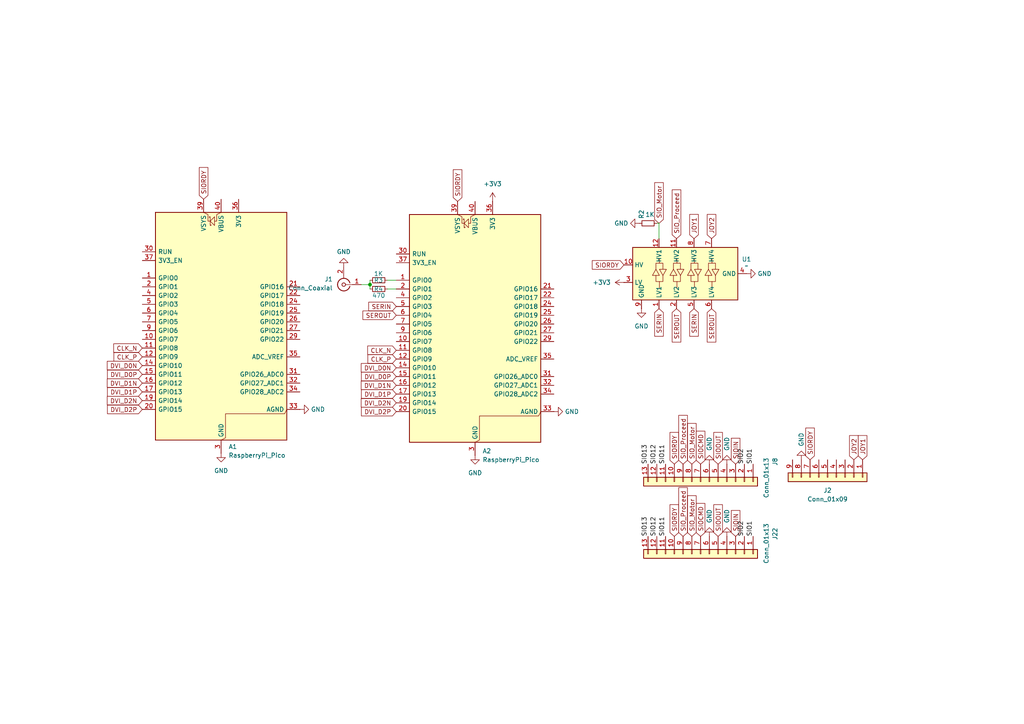
<source format=kicad_sch>
(kicad_sch (version 20250114) (generator "eeschema") (generator_version "9.0")
  (paper "A4")
  (lib_symbols
    (symbol "Connector:Conn_Coaxial" (pin_names (offset 1.016) (hide yes))
      (property "Reference" "J" (at 0.254 3.048 0))
      (property "Value" "Conn_Coaxial" (at 2.921 0 90))
      (symbol "Conn_Coaxial_0_1"
        (polyline (pts (xy -2.54 0) (xy -0.508 0)))
        (arc (start 1.778 0) (mid 0.222 -1.8079) (end -1.778 -0.508) (stroke (width 0.254)))
        (arc (start -1.778 0.508) (mid 0.2221 1.8084) (end 1.778 0) (stroke (width 0.254)))
        (circle (center 0 0) (radius 0.508) (stroke (width 0.2032)))
        (polyline (pts (xy 0 -2.54) (xy 0 -1.778)))
      )
      (symbol "Conn_Coaxial_1_1"
        (pin passive line (at -5.08 0 0) (length 2.54) (name "In") (number "1"))
        (pin passive line (at 0 -5.08 90) (length 2.54) (name "Ext") (number "2"))
      )
    )
    (symbol "Connector_Generic:Conn_01x09" (pin_names (offset 1.016) (hide yes))
      (property "Reference" "J" (at 0 12.7 0))
      (property "Value" "Conn_01x09" (at 0 -12.7 0))
      (symbol "Conn_01x09_1_1"
        (rectangle (start -1.27 11.43) (end 1.27 -11.43) (stroke (width 0.254)) (fill (type background)))
        (rectangle (start -1.27 10.287) (end 0 10.033) (stroke (width 0.1524)))
        (rectangle (start -1.27 7.747) (end 0 7.493) (stroke (width 0.1524)))
        (rectangle (start -1.27 5.207) (end 0 4.953) (stroke (width 0.1524)))
        (rectangle (start -1.27 2.667) (end 0 2.413) (stroke (width 0.1524)))
        (rectangle (start -1.27 0.127) (end 0 -0.127) (stroke (width 0.1524)))
        (rectangle (start -1.27 -2.413) (end 0 -2.667) (stroke (width 0.1524)))
        (rectangle (start -1.27 -4.953) (end 0 -5.207) (stroke (width 0.1524)))
        (rectangle (start -1.27 -7.493) (end 0 -7.747) (stroke (width 0.1524)))
        (rectangle (start -1.27 -10.033) (end 0 -10.287) (stroke (width 0.1524)))
        (pin passive line (at -5.08 10.16 0) (length 3.81) (name "Pin_1") (number "1"))
        (pin passive line (at -5.08 7.62 0) (length 3.81) (name "Pin_2") (number "2"))
        (pin passive line (at -5.08 5.08 0) (length 3.81) (name "Pin_3") (number "3"))
        (pin passive line (at -5.08 2.54 0) (length 3.81) (name "Pin_4") (number "4"))
        (pin passive line (at -5.08 0 0) (length 3.81) (name "Pin_5") (number "5"))
        (pin passive line (at -5.08 -2.54 0) (length 3.81) (name "Pin_6") (number "6"))
        (pin passive line (at -5.08 -5.08 0) (length 3.81) (name "Pin_7") (number "7"))
        (pin passive line (at -5.08 -7.62 0) (length 3.81) (name "Pin_8") (number "8"))
        (pin passive line (at -5.08 -10.16 0) (length 3.81) (name "Pin_9") (number "9"))
      )
    )
    (symbol "Connector_Generic:Conn_01x13" (pin_names (offset 1.016) (hide yes))
      (property "Reference" "J" (at 0 17.78 0))
      (property "Value" "Conn_01x13" (at 0 -17.78 0))
      (symbol "Conn_01x13_1_1"
        (rectangle (start -1.27 16.51) (end 1.27 -16.51) (stroke (width 0.254)) (fill (type background)))
        (rectangle (start -1.27 15.367) (end 0 15.113) (stroke (width 0.1524)))
        (rectangle (start -1.27 12.827) (end 0 12.573) (stroke (width 0.1524)))
        (rectangle (start -1.27 10.287) (end 0 10.033) (stroke (width 0.1524)))
        (rectangle (start -1.27 7.747) (end 0 7.493) (stroke (width 0.1524)))
        (rectangle (start -1.27 5.207) (end 0 4.953) (stroke (width 0.1524)))
        (rectangle (start -1.27 2.667) (end 0 2.413) (stroke (width 0.1524)))
        (rectangle (start -1.27 0.127) (end 0 -0.127) (stroke (width 0.1524)))
        (rectangle (start -1.27 -2.413) (end 0 -2.667) (stroke (width 0.1524)))
        (rectangle (start -1.27 -4.953) (end 0 -5.207) (stroke (width 0.1524)))
        (rectangle (start -1.27 -7.493) (end 0 -7.747) (stroke (width 0.1524)))
        (rectangle (start -1.27 -10.033) (end 0 -10.287) (stroke (width 0.1524)))
        (rectangle (start -1.27 -12.573) (end 0 -12.827) (stroke (width 0.1524)))
        (rectangle (start -1.27 -15.113) (end 0 -15.367) (stroke (width 0.1524)))
        (pin passive line (at -5.08 15.24 0) (length 3.81) (name "Pin_1") (number "1"))
        (pin passive line (at -5.08 12.7 0) (length 3.81) (name "Pin_2") (number "2"))
        (pin passive line (at -5.08 10.16 0) (length 3.81) (name "Pin_3") (number "3"))
        (pin passive line (at -5.08 7.62 0) (length 3.81) (name "Pin_4") (number "4"))
        (pin passive line (at -5.08 5.08 0) (length 3.81) (name "Pin_5") (number "5"))
        (pin passive line (at -5.08 2.54 0) (length 3.81) (name "Pin_6") (number "6"))
        (pin passive line (at -5.08 0 0) (length 3.81) (name "Pin_7") (number "7"))
        (pin passive line (at -5.08 -2.54 0) (length 3.81) (name "Pin_8") (number "8"))
        (pin passive line (at -5.08 -5.08 0) (length 3.81) (name "Pin_9") (number "9"))
        (pin passive line (at -5.08 -7.62 0) (length 3.81) (name "Pin_10") (number "10"))
        (pin passive line (at -5.08 -10.16 0) (length 3.81) (name "Pin_11") (number "11"))
        (pin passive line (at -5.08 -12.7 0) (length 3.81) (name "Pin_12") (number "12"))
        (pin passive line (at -5.08 -15.24 0) (length 3.81) (name "Pin_13") (number "13"))
      )
    )
    (symbol "Device:R_Small" (pin_numbers (hide yes)) (pin_names (offset 0.254) (hide yes))
      (property "Reference" "R" (at 0.762 0.508 0))
      (property "Value" "R_Small" (at 0.762 -1.016 0))
      (symbol "R_Small_0_1"
        (rectangle (start -0.762 1.778) (end 0.762 -1.778) (stroke (width 0.2032)))
      )
      (symbol "R_Small_1_1"
        (pin passive line (at 0 2.54 270) (length 0.762) (name "~") (number "1"))
        (pin passive line (at 0 -2.54 90) (length 0.762) (name "~") (number "2"))
      )
    )
    (symbol "MCU_Module:RaspberryPi_Pico" (pin_names (offset 0.762))
      (property "Reference" "A" (at -19.05 35.56 0))
      (property "Value" "RaspberryPi_Pico" (at 7.62 35.56 0))
      (symbol "RaspberryPi_Pico_0_1"
        (rectangle (start -19.05 34.29) (end 19.05 -31.75) (stroke (width 0.254)) (fill (type background)))
        (polyline (pts (xy -5.08 34.29) (xy -3.81 33.655) (xy -3.81 31.75) (xy -3.175 31.75)))
        (polyline (pts (xy -3.429 32.766) (xy -3.429 33.02) (xy -3.175 33.02) (xy -3.175 30.48) (xy -2.921 30.48) (xy -2.921 30.734)))
        (polyline (pts (xy -3.175 31.75) (xy -1.905 33.02) (xy -1.905 30.48) (xy -3.175 31.75)))
        (polyline (pts (xy 0 34.29) (xy -1.27 33.655) (xy -1.27 31.75) (xy -1.905 31.75)))
        (polyline (pts (xy 0 -31.75) (xy 1.27 -31.115) (xy 1.27 -24.13) (xy 18.415 -24.13) (xy 19.05 -22.86)))
      )
      (symbol "RaspberryPi_Pico_1_1"
        (pin passive line (at -22.86 22.86 0) (length 3.81) (name "RUN") (number "30"))
        (pin passive line (at -22.86 20.32 0) (length 3.81) (name "3V3_EN") (number "37"))
        (pin bidirectional line (at -22.86 15.24 0) (length 3.81) (name "GPIO0") (number "1"))
        (pin bidirectional line (at -22.86 12.7 0) (length 3.81) (name "GPIO1") (number "2"))
        (pin bidirectional line (at -22.86 10.16 0) (length 3.81) (name "GPIO2") (number "4"))
        (pin bidirectional line (at -22.86 7.62 0) (length 3.81) (name "GPIO3") (number "5"))
        (pin bidirectional line (at -22.86 5.08 0) (length 3.81) (name "GPIO4") (number "6"))
        (pin bidirectional line (at -22.86 2.54 0) (length 3.81) (name "GPIO5") (number "7"))
        (pin bidirectional line (at -22.86 0 0) (length 3.81) (name "GPIO6") (number "9"))
        (pin bidirectional line (at -22.86 -2.54 0) (length 3.81) (name "GPIO7") (number "10"))
        (pin bidirectional line (at -22.86 -5.08 0) (length 3.81) (name "GPIO8") (number "11"))
        (pin bidirectional line (at -22.86 -7.62 0) (length 3.81) (name "GPIO9") (number "12"))
        (pin bidirectional line (at -22.86 -10.16 0) (length 3.81) (name "GPIO10") (number "14"))
        (pin bidirectional line (at -22.86 -12.7 0) (length 3.81) (name "GPIO11") (number "15"))
        (pin bidirectional line (at -22.86 -15.24 0) (length 3.81) (name "GPIO12") (number "16"))
        (pin bidirectional line (at -22.86 -17.78 0) (length 3.81) (name "GPIO13") (number "17"))
        (pin bidirectional line (at -22.86 -20.32 0) (length 3.81) (name "GPIO14") (number "19"))
        (pin bidirectional line (at -22.86 -22.86 0) (length 3.81) (name "GPIO15") (number "20"))
        (pin power_in line (at -5.08 38.1 270) (length 3.81) (name "VSYS") (number "39"))
        (pin power_out line (at 0 38.1 270) (length 3.81) (name "VBUS") (number "40"))
        (pin passive line (at 0 -35.56 90) (length 3.81) (hide yes) (name "GND") (number "13"))
        (pin passive line (at 0 -35.56 90) (length 3.81) (hide yes) (name "GND") (number "18"))
        (pin passive line (at 0 -35.56 90) (length 3.81) (hide yes) (name "GND") (number "23"))
        (pin passive line (at 0 -35.56 90) (length 3.81) (hide yes) (name "GND") (number "28"))
        (pin power_out line (at 0 -35.56 90) (length 3.81) (name "GND") (number "3"))
        (pin passive line (at 0 -35.56 90) (length 3.81) (hide yes) (name "GND") (number "38"))
        (pin passive line (at 0 -35.56 90) (length 3.81) (hide yes) (name "GND") (number "8"))
        (pin power_out line (at 5.08 38.1 270) (length 3.81) (name "3V3") (number "36"))
        (pin bidirectional line (at 22.86 12.7 180) (length 3.81) (name "GPIO16") (number "21"))
        (pin bidirectional line (at 22.86 10.16 180) (length 3.81) (name "GPIO17") (number "22"))
        (pin bidirectional line (at 22.86 7.62 180) (length 3.81) (name "GPIO18") (number "24"))
        (pin bidirectional line (at 22.86 5.08 180) (length 3.81) (name "GPIO19") (number "25"))
        (pin bidirectional line (at 22.86 2.54 180) (length 3.81) (name "GPIO20") (number "26"))
        (pin bidirectional line (at 22.86 0 180) (length 3.81) (name "GPIO21") (number "27"))
        (pin bidirectional line (at 22.86 -2.54 180) (length 3.81) (name "GPIO22") (number "29"))
        (pin power_in line (at 22.86 -7.62 180) (length 3.81) (name "ADC_VREF") (number "35"))
        (pin bidirectional line (at 22.86 -12.7 180) (length 3.81) (name "GPIO26_ADC0") (number "31"))
        (pin bidirectional line (at 22.86 -15.24 180) (length 3.81) (name "GPIO27_ADC1") (number "32"))
        (pin bidirectional line (at 22.86 -17.78 180) (length 3.81) (name "GPIO28_ADC2") (number "34"))
        (pin power_out line (at 22.86 -22.86 180) (length 3.81) (name "AGND") (number "33"))
      )
    )
    (symbol "power:+3V3" (power) (pin_numbers (hide yes)) (pin_names (offset 0) (hide yes))
      (property "Value" "+3V3" (at 0 3.556 0))
      (symbol "+3V3_0_1"
        (polyline (pts (xy -0.762 1.27) (xy 0 2.54)))
        (polyline (pts (xy 0 2.54) (xy 0.762 1.27)))
        (polyline (pts (xy 0 0) (xy 0 2.54)))
      )
      (symbol "+3V3_1_1"
        (pin power_in line (at 0 0 90) (length 0) (name "~") (number "1"))
      )
    )
    (symbol "power:GND" (power) (pin_numbers (hide yes)) (pin_names (offset 0) (hide yes))
      (property "Value" "GND" (at 0 -3.81 0))
      (symbol "GND_0_1"
        (polyline (pts (xy 0 0) (xy 0 -1.27) (xy 1.27 -1.27) (xy 0 -2.54) (xy -1.27 -1.27) (xy 0 -1.27)))
      )
      (symbol "GND_1_1"
        (pin power_in line (at 0 0 270) (length 0) (name "~") (number "1"))
      )
    )
    (symbol "xep80:Level_Shifter"
      (property "Reference" "U" (at 0 0 0))
      (symbol "Level_Shifter_0_1"
        (rectangle (start 1.27 2.54) (end 16.51 -27.94) (stroke (width 0.254)) (fill (type background)))
        (polyline (pts (xy 6.604 -5.207) (xy 6.604 -4.191) (xy 8.382 -4.191)))
        (polyline (pts (xy 6.604 -10.287) (xy 6.604 -9.271) (xy 8.382 -9.271)))
        (polyline (pts (xy 6.604 -15.367) (xy 6.604 -14.351) (xy 8.382 -14.351)))
        (polyline (pts (xy 6.604 -20.447) (xy 6.604 -19.431) (xy 8.382 -19.431)))
        (polyline (pts (xy 8.382 -6.223) (xy 6.604 -6.223) (xy 6.604 -5.207) (xy 4.572 -5.207)))
        (polyline (pts (xy 8.382 -6.223) (xy 10.16 -5.207) (xy 10.16 -7.239) (xy 8.382 -6.223)))
        (polyline (pts (xy 8.382 -11.303) (xy 6.604 -11.303) (xy 6.604 -10.287) (xy 4.826 -10.287)))
        (polyline (pts (xy 8.382 -11.303) (xy 10.16 -10.287) (xy 10.16 -12.319) (xy 8.382 -11.303)))
        (polyline (pts (xy 8.382 -16.383) (xy 6.604 -16.383) (xy 6.604 -15.367) (xy 4.826 -15.367)))
        (polyline (pts (xy 8.382 -16.383) (xy 10.16 -15.367) (xy 10.16 -17.399) (xy 8.382 -16.383)))
        (polyline (pts (xy 8.382 -21.463) (xy 6.604 -21.463) (xy 6.604 -20.447) (xy 4.826 -20.447)))
        (polyline (pts (xy 8.382 -21.463) (xy 10.16 -20.447) (xy 10.16 -22.479) (xy 8.382 -21.463)))
        (polyline (pts (xy 10.16 -4.191) (xy 8.382 -5.207) (xy 8.382 -3.175) (xy 10.16 -4.191)))
        (polyline (pts (xy 10.16 -4.191) (xy 11.938 -4.191) (xy 11.938 -5.207) (xy 13.208 -5.207)))
        (polyline (pts (xy 10.16 -9.271) (xy 8.382 -10.287) (xy 8.382 -8.255) (xy 10.16 -9.271)))
        (polyline (pts (xy 10.16 -9.271) (xy 11.938 -9.271) (xy 11.938 -10.287) (xy 13.208 -10.287)))
        (polyline (pts (xy 10.16 -14.351) (xy 8.382 -15.367) (xy 8.382 -13.335) (xy 10.16 -14.351)))
        (polyline (pts (xy 10.16 -14.351) (xy 11.938 -14.351) (xy 11.938 -15.367) (xy 13.208 -15.367)))
        (polyline (pts (xy 10.16 -19.431) (xy 8.382 -20.447) (xy 8.382 -18.415) (xy 10.16 -19.431)))
        (polyline (pts (xy 10.16 -19.431) (xy 11.938 -19.431) (xy 11.938 -20.447) (xy 13.208 -20.447)))
        (polyline (pts (xy 11.938 -5.207) (xy 11.938 -6.223) (xy 10.16 -6.223)))
        (polyline (pts (xy 11.938 -10.287) (xy 11.938 -11.303) (xy 10.16 -11.303)))
        (polyline (pts (xy 11.938 -15.367) (xy 11.938 -16.383) (xy 10.16 -16.383)))
        (polyline (pts (xy 11.938 -20.447) (xy 11.938 -21.463) (xy 10.16 -21.463)))
      )
      (symbol "Level_Shifter_1_1"
        (pin power_in line (at -1.27 0 0) (length 2.54) (name "GND") (number "9"))
        (pin bidirectional line (at -1.27 -5.08 0) (length 2.54) (name "LV1") (number "1"))
        (pin bidirectional line (at -1.27 -10.16 0) (length 2.54) (name "LV2") (number "2"))
        (pin bidirectional line (at -1.27 -15.24 0) (length 2.54) (name "LV3") (number "5"))
        (pin bidirectional line (at -1.27 -20.32 0) (length 2.54) (name "LV4") (number "6"))
        (pin power_in line (at 6.35 5.08 270) (length 2.54) (name "LV") (number "3"))
        (pin power_in line (at 8.89 -30.48 90) (length 2.54) (name "GND") (number "4"))
        (pin power_in line (at 11.43 5.08 270) (length 2.54) (name "HV") (number "10"))
        (pin bidirectional line (at 19.05 -5.08 180) (length 2.54) (name "HV1") (number "12"))
        (pin bidirectional line (at 19.05 -10.16 180) (length 2.54) (name "HV2") (number "11"))
        (pin bidirectional line (at 19.05 -15.24 180) (length 2.54) (name "HV3") (number "8"))
        (pin bidirectional line (at 19.05 -20.32 180) (length 2.54) (name "HV4") (number "7"))
      )
    )
  )
  (junction (at 107.315 82.55))
  (wire (pts (xy 112.395 81.28) (xy 114.935 81.28)))
  (wire (pts (xy 107.315 82.55) (xy 107.315 83.82)))
  (wire (pts (xy 190.5 64.77) (xy 191.135 64.77)))
  (wire (pts (xy 104.775 82.55) (xy 107.315 82.55)))
  (wire (pts (xy 112.395 83.82) (xy 114.935 83.82)))
  (wire (pts (xy 107.315 81.28) (xy 107.315 82.55)))
  (wire (pts (xy 191.135 64.77) (xy 191.135 69.215)))
  (label "SIO13" (at 187.96 155.575 90))
  (label "SIO12" (at 190.5 134.62 90))
  (label "SIO11" (at 193.04 155.575 90))
  (label "SIO2" (at 215.9 134.62 90))
  (label "SIO12" (at 190.5 155.575 90))
  (label "SIO2" (at 215.9 155.575 90))
  (label "SIO1" (at 218.44 155.575 90))
  (label "SIO13" (at 187.96 134.62 90))
  (label "SIO11" (at 193.04 134.62 90))
  (label "SIO1" (at 218.44 134.62 90))
  (global_label "CLK_P" (shape input) (at 114.935 104.14 180) (property "Intersheetrefs" "${INTERSHEET_REFS}" (effects (hide yes))))
  (global_label "DVI_D1N" (shape input) (at 114.935 111.76 180) (property "Intersheetrefs" "${INTERSHEET_REFS}" (effects (hide yes))))
  (global_label "SIO_Proceed" (shape input) (at 198.12 155.575 90) (property "Intersheetrefs" "${INTERSHEET_REFS}" (effects (hide yes))))
  (global_label "SERIN" (shape input) (at 114.935 88.9 180) (property "Intersheetrefs" "${INTERSHEET_REFS}" (effects (hide yes))))
  (global_label "DVI_D2P" (shape input) (at 114.935 119.38 180) (property "Intersheetrefs" "${INTERSHEET_REFS}" (effects (hide yes))))
  (global_label "DVI_D2N" (shape input) (at 114.935 116.84 180) (property "Intersheetrefs" "${INTERSHEET_REFS}" (effects (hide yes))))
  (global_label "DVI_D1P" (shape input) (at 41.275 113.665 180) (property "Intersheetrefs" "${INTERSHEET_REFS}" (effects (hide yes))))
  (global_label "JOY2" (shape input) (at 247.65 133.35 90) (property "Intersheetrefs" "${INTERSHEET_REFS}" (effects (hide yes))))
  (global_label "SIOCMD" (shape input) (at 203.2 134.62 90) (property "Intersheetrefs" "${INTERSHEET_REFS}" (effects (hide yes))))
  (global_label "SEROUT" (shape input) (at 206.375 89.535 270) (property "Intersheetrefs" "${INTERSHEET_REFS}" (effects (hide yes))))
  (global_label "SIOIN" (shape input) (at 213.36 134.62 90) (property "Intersheetrefs" "${INTERSHEET_REFS}" (effects (hide yes))))
  (global_label "SIO_Motor" (shape input) (at 200.66 155.575 90) (property "Intersheetrefs" "${INTERSHEET_REFS}" (effects (hide yes))))
  (global_label "SIO_Motor" (shape input) (at 200.66 134.62 90) (property "Intersheetrefs" "${INTERSHEET_REFS}" (effects (hide yes))))
  (global_label "SIOCMD" (shape input) (at 203.2 155.575 90) (property "Intersheetrefs" "${INTERSHEET_REFS}" (effects (hide yes))))
  (global_label "SIO_Proceed" (shape input) (at 198.12 134.62 90) (property "Intersheetrefs" "${INTERSHEET_REFS}" (effects (hide yes))))
  (global_label "SIORDY" (shape input) (at 195.58 155.575 90) (property "Intersheetrefs" "${INTERSHEET_REFS}" (effects (hide yes))))
  (global_label "CLK_N" (shape input) (at 41.275 100.965 180) (property "Intersheetrefs" "${INTERSHEET_REFS}" (effects (hide yes))))
  (global_label "SIOOUT" (shape input) (at 208.28 134.62 90) (property "Intersheetrefs" "${INTERSHEET_REFS}" (effects (hide yes))))
  (global_label "SIORDY" (shape input) (at 180.975 76.835 180) (property "Intersheetrefs" "${INTERSHEET_REFS}" (effects (hide yes))))
  (global_label "CLK_P" (shape input) (at 41.275 103.505 180) (property "Intersheetrefs" "${INTERSHEET_REFS}" (effects (hide yes))))
  (global_label "SERIN" (shape input) (at 191.135 89.535 270) (property "Intersheetrefs" "${INTERSHEET_REFS}" (effects (hide yes))))
  (global_label "SIO_Proceed" (shape input) (at 196.215 69.215 90) (property "Intersheetrefs" "${INTERSHEET_REFS}" (effects (hide yes))))
  (global_label "DVI_D2P" (shape input) (at 41.275 118.745 180) (property "Intersheetrefs" "${INTERSHEET_REFS}" (effects (hide yes))))
  (global_label "SERIN" (shape input) (at 201.295 89.535 270) (property "Intersheetrefs" "${INTERSHEET_REFS}" (effects (hide yes))))
  (global_label "DVI_D1P" (shape input) (at 114.935 114.3 180) (property "Intersheetrefs" "${INTERSHEET_REFS}" (effects (hide yes))))
  (global_label "DVI_D2N" (shape input) (at 41.275 116.205 180) (property "Intersheetrefs" "${INTERSHEET_REFS}" (effects (hide yes))))
  (global_label "SEROUT" (shape input) (at 114.935 91.44 180) (property "Intersheetrefs" "${INTERSHEET_REFS}" (effects (hide yes))))
  (global_label "SIORDY" (shape input) (at 59.055 57.785 90) (property "Intersheetrefs" "${INTERSHEET_REFS}" (effects (hide yes))))
  (global_label "SIO_Motor" (shape input) (at 191.135 64.77 90) (property "Intersheetrefs" "${INTERSHEET_REFS}" (effects (hide yes))))
  (global_label "JOY1" (shape input) (at 201.295 69.215 90) (property "Intersheetrefs" "${INTERSHEET_REFS}" (effects (hide yes))))
  (global_label "JOY1" (shape input) (at 250.19 133.35 90) (property "Intersheetrefs" "${INTERSHEET_REFS}" (effects (hide yes))))
  (global_label "SIORDY" (shape input) (at 195.58 134.62 90) (property "Intersheetrefs" "${INTERSHEET_REFS}" (effects (hide yes))))
  (global_label "DVI_D0N" (shape input) (at 41.275 106.045 180) (property "Intersheetrefs" "${INTERSHEET_REFS}" (effects (hide yes))))
  (global_label "JOY2" (shape input) (at 206.375 69.215 90) (property "Intersheetrefs" "${INTERSHEET_REFS}" (effects (hide yes))))
  (global_label "DVI_D0N" (shape input) (at 114.935 106.68 180) (property "Intersheetrefs" "${INTERSHEET_REFS}" (effects (hide yes))))
  (global_label "DVI_D1N" (shape input) (at 41.275 111.125 180) (property "Intersheetrefs" "${INTERSHEET_REFS}" (effects (hide yes))))
  (global_label "DVI_D0P" (shape input) (at 114.935 109.22 180) (property "Intersheetrefs" "${INTERSHEET_REFS}" (effects (hide yes))))
  (global_label "SEROUT" (shape input) (at 196.215 89.535 270) (property "Intersheetrefs" "${INTERSHEET_REFS}" (effects (hide yes))))
  (global_label "CLK_N" (shape input) (at 114.935 101.6 180) (property "Intersheetrefs" "${INTERSHEET_REFS}" (effects (hide yes))))
  (global_label "SIOIN" (shape input) (at 213.36 155.575 90) (property "Intersheetrefs" "${INTERSHEET_REFS}" (effects (hide yes))))
  (global_label "SIOOUT" (shape input) (at 208.28 155.575 90) (property "Intersheetrefs" "${INTERSHEET_REFS}" (effects (hide yes))))
  (global_label "SIORDY" (shape input) (at 234.95 133.35 90) (property "Intersheetrefs" "${INTERSHEET_REFS}" (effects (hide yes))))
  (global_label "DVI_D0P" (shape input) (at 41.275 108.585 180) (property "Intersheetrefs" "${INTERSHEET_REFS}" (effects (hide yes))))
  (global_label "SIORDY" (shape input) (at 132.715 58.42 90) (property "Intersheetrefs" "${INTERSHEET_REFS}" (effects (hide yes))))
  (symbol (lib_id "MCU_Module:RaspberryPi_Pico") (at 137.795 96.52 0) (unit 1)
    (property "Reference" "A2" (at 139.9383 130.81 0) (effects (justify left)))
    (property "Value" "RaspberryPi_Pico" (at 139.9383 133.35 0) (effects (justify left)))
    (property "Footprint" "Module:RaspberryPi_Pico_Common_Unspecified" (effects (hide yes)))
    (property "Datasheet" "https://datasheets.raspberrypi.com/pico/pico-datasheet.pdf" (effects (hide yes)))
    (property "Description" "Versatile and inexpensive microcontroller module powered by RP2040 dual-core Arm Cortex-M0+ processor up to 133 MHz, 264kB SRAM, 2MB QSPI flash; also supports Raspberry Pi Pico 2" (effects (hide yes)))
  )
  (symbol (lib_id "Device:R_Small") (at 109.855 81.28 90) (unit 1)
    (property "Reference" "R3" (at 111.125 81.28 90) (effects (justify left)))
    (property "Value" "1K" (at 111.125 79.375 90) (effects (justify left)))
    (property "Footprint" "Resistor_THT:R_Axial_DIN0207_L6.3mm_D2.5mm_P10.16mm_Horizontal" (effects (hide yes)))
  )
  (symbol (lib_id "Connector_Generic:Conn_01x13") (at 203.2 160.655 270) (unit 1)
    (property "Reference" "J22" (at 224.79 153.035 0) (effects (justify left)))
    (property "Value" "Conn_01x13" (at 222.25 151.765 0) (effects (justify left)))
    (property "Footprint" "Atari:SIO_JACK" (effects (hide yes)))
    (property "Description" "Generic connector, single row, 01x13, script generated (kicad-library-utils/schlib/autogen/connector/)" (effects (hide yes)))
  )
  (symbol (lib_id "Device:R_Small") (at 187.96 64.77 90) (unit 1)
    (property "Reference" "R2" (at 186.055 63.5 0) (effects (justify left)))
    (property "Value" "1K" (at 189.865 62.23 90) (effects (justify left)))
    (property "Footprint" "Resistor_THT:R_Axial_DIN0207_L6.3mm_D2.5mm_P10.16mm_Horizontal" (effects (hide yes)))
  )
  (symbol (lib_id "power:GND") (at 205.74 134.62 180) (unit 1)
    (property "Reference" "#PWR087" (effects (hide yes)))
    (property "Value" "GND" (at 205.7401 130.81 90) (effects (justify right)))
  )
  (symbol (lib_id "power:GND") (at 137.795 132.08 0) (unit 1)
    (property "Reference" "#PWR03" (effects (hide yes)))
    (property "Value" "GND" (at 137.795 137.16 0))
    (property "Description" "Power symbol creates a global label with name \"GND\" , ground" (effects (hide yes)))
  )
  (symbol (lib_id "power:GND") (at 186.055 89.535 0) (unit 1)
    (property "Reference" "#PWR08" (effects (hide yes)))
    (property "Value" "GND" (at 186.055 94.615 0))
    (property "Description" "Power symbol creates a global label with name \"GND\" , ground" (effects (hide yes)))
  )
  (symbol (lib_id "power:+3V3") (at 142.875 58.42 0) (unit 1)
    (property "Reference" "#PWR05" (effects (hide yes)))
    (property "Value" "+3V3" (at 142.875 53.34 0))
    (property "Description" "Power symbol creates a global label with name \"+3V3\"" (effects (hide yes)))
  )
  (symbol (lib_id "power:GND") (at 210.82 134.62 180) (unit 1)
    (property "Reference" "#PWR086" (effects (hide yes)))
    (property "Value" "GND" (at 210.8201 130.81 90) (effects (justify right)))
  )
  (symbol (lib_id "power:GND") (at 99.695 77.47 180) (unit 1)
    (property "Reference" "#PWR010" (effects (hide yes)))
    (property "Value" "GND" (at 99.695 73.025 0))
    (property "Description" "Power symbol creates a global label with name \"GND\" , ground" (effects (hide yes)))
  )
  (symbol (lib_id "Device:R_Small") (at 109.855 83.82 90) (unit 1)
    (property "Reference" "R4" (at 111.125 83.82 90) (effects (justify left)))
    (property "Value" "470" (at 111.76 85.725 90) (effects (justify left)))
    (property "Footprint" "Resistor_THT:R_Axial_DIN0207_L6.3mm_D2.5mm_P10.16mm_Horizontal" (effects (hide yes)))
  )
  (symbol (lib_id "power:GND") (at 185.42 64.77 270) (unit 1)
    (property "Reference" "#PWR07" (effects (hide yes)))
    (property "Value" "GND" (at 182.245 64.7699 90) (effects (justify right)))
    (property "Description" "Power symbol creates a global label with name \"GND\" , ground" (effects (hide yes)))
  )
  (symbol (lib_id "power:GND") (at 86.995 118.745 90) (unit 1)
    (property "Reference" "#PWR01" (effects (hide yes)))
    (property "Value" "GND" (at 90.17 118.7449 90) (effects (justify right)))
    (property "Description" "Power symbol creates a global label with name \"GND\" , ground" (effects (hide yes)))
  )
  (symbol (lib_id "power:GND") (at 160.655 119.38 90) (unit 1)
    (property "Reference" "#PWR04" (effects (hide yes)))
    (property "Value" "GND" (at 163.83 119.3799 90) (effects (justify right)))
    (property "Description" "Power symbol creates a global label with name \"GND\" , ground" (effects (hide yes)))
  )
  (symbol (lib_id "xep80:Level_Shifter") (at 186.055 88.265 90) (unit 1)
    (property "Reference" "U1" (at 216.535 75.1996 90))
    (property "Value" "~" (at 216.535 77.1047 90))
    (property "Footprint" "Package_DIP:DIP-12_W7.62mm_LongPads" (effects (hide yes)))
  )
  (symbol (lib_id "power:+3V3") (at 180.975 81.915 90) (unit 1)
    (property "Reference" "#PWR06" (effects (hide yes)))
    (property "Value" "+3V3" (at 177.165 81.9149 90) (effects (justify left)))
    (property "Description" "Power symbol creates a global label with name \"+3V3\"" (effects (hide yes)))
  )
  (symbol (lib_id "Connector:Conn_Coaxial") (at 99.695 82.55 180) (unit 1)
    (property "Reference" "J1" (at 96.52 80.9867 0) (effects (justify left)))
    (property "Value" "Conn_Coaxial" (at 96.52 83.5267 0) (effects (justify left)))
    (property "Footprint" "Atari:CUI_RCJ-043" (effects (hide yes)))
    (property "Description" "coaxial connector (BNC, SMA, SMB, SMC, Cinch/RCA, LEMO, ...)" (effects (hide yes)))
  )
  (symbol (lib_id "power:GND") (at 210.82 155.575 180) (unit 1)
    (property "Reference" "#PWR088" (effects (hide yes)))
    (property "Value" "GND" (at 210.8201 151.765 90) (effects (justify right)))
  )
  (symbol (lib_id "power:GND") (at 64.135 131.445 0) (unit 1)
    (property "Reference" "#PWR02" (effects (hide yes)))
    (property "Value" "GND" (at 64.135 136.525 0))
    (property "Description" "Power symbol creates a global label with name \"GND\" , ground" (effects (hide yes)))
  )
  (symbol (lib_id "power:GND") (at 216.535 79.375 90) (unit 1)
    (property "Reference" "#PWR09" (effects (hide yes)))
    (property "Value" "GND" (at 219.71 79.3749 90) (effects (justify right)))
    (property "Description" "Power symbol creates a global label with name \"GND\" , ground" (effects (hide yes)))
  )
  (symbol (lib_id "power:GND") (at 205.74 155.575 180) (unit 1)
    (property "Reference" "#PWR089" (effects (hide yes)))
    (property "Value" "GND" (at 205.7401 151.765 90) (effects (justify right)))
  )
  (symbol (lib_id "MCU_Module:RaspberryPi_Pico") (at 64.135 95.885 0) (unit 1)
    (property "Reference" "A1" (at 66.2783 129.54 0) (effects (justify left)))
    (property "Value" "RaspberryPi_Pico" (at 66.2783 132.08 0) (effects (justify left)))
    (property "Footprint" "Module:RaspberryPi_Pico_Common_Unspecified" (effects (hide yes)))
    (property "Datasheet" "https://datasheets.raspberrypi.com/pico/pico-datasheet.pdf" (effects (hide yes)))
    (property "Description" "Versatile and inexpensive microcontroller module powered by RP2040 dual-core Arm Cortex-M0+ processor up to 133 MHz, 264kB SRAM, 2MB QSPI flash; also supports Raspberry Pi Pico 2" (effects (hide yes)))
  )
  (symbol (lib_id "Connector_Generic:Conn_01x13") (at 203.2 139.7 270) (unit 1)
    (property "Reference" "J8" (at 224.79 132.715 0) (effects (justify left)))
    (property "Value" "Conn_01x13" (at 222.25 132.715 0) (effects (justify left)))
    (property "Footprint" "Atari:SIO_JACK" (effects (hide yes)))
    (property "Description" "Generic connector, single row, 01x13, script generated (kicad-library-utils/schlib/autogen/connector/)" (effects (hide yes)))
  )
  (symbol (lib_id "power:GND") (at 232.41 133.35 180) (unit 1)
    (property "Reference" "#PWR090" (effects (hide yes)))
    (property "Value" "GND" (at 232.4101 129.54 90) (effects (justify right)))
  )
  (symbol (lib_id "Connector_Generic:Conn_01x09") (at 240.03 138.43 270) (unit 1)
    (property "Reference" "J2" (at 240.03 142.24 90))
    (property "Value" "Conn_01x09" (at 240.03 144.78 90))
    (property "Footprint" "Connector_Dsub:DSUB-9_Pins_Horizontal_P2.77x2.84mm_EdgePinOffset4.94mm_Housed_MountingHolesOffset4.94mm" (effects (hide yes)))
    (property "Description" "Generic connector, single row, 01x09, script generated (kicad-library-utils/schlib/autogen/connector/)" (effects (hide yes)))
  )
)
</source>
